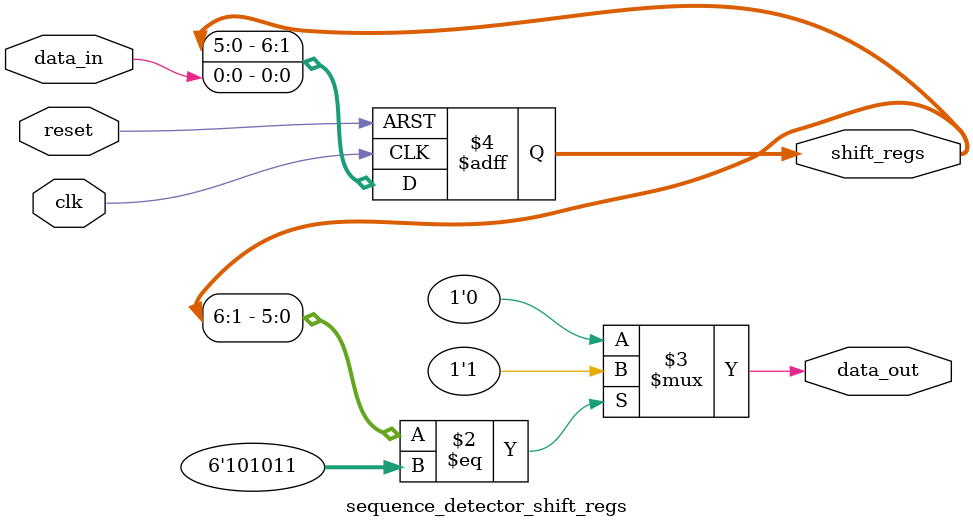
<source format=v>
module sequence_detector_shift_regs(data_out, shift_regs, reset, data_in, clk);

output data_out;
output reg [6:0] shift_regs;

input reset, data_in, clk;

// For data_out.
parameter FOUND =  1'b1,
          NOT_FOUND = 1'b0;

// For state.
parameter INITIAL = 7'b000_0000,
          GOAL = 6'b101_011;

// Update state.
always @(posedge clk or posedge reset) begin
    if (reset)
        shift_regs <= INITIAL;
    else
        shift_regs <= {shift_regs[5:0], data_in};
end

// Calculate data_out.
assign data_out = (shift_regs[6:1] == GOAL ? FOUND : NOT_FOUND);

endmodule

</source>
